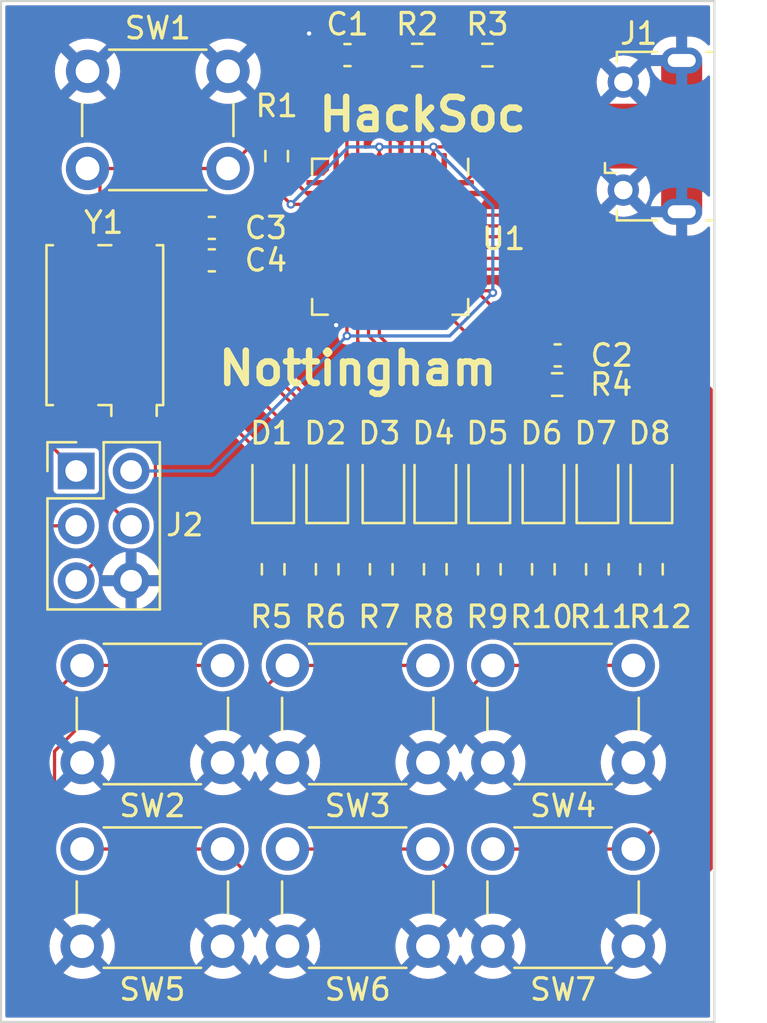
<source format=kicad_pcb>
(kicad_pcb (version 20211014) (generator pcbnew)
  (layers (0 "F.Cu" signal) (31 "B.Cu" signal) (34 "B.Paste" user) (35 "F.Paste" user) (36 "B.SilkS" user "B.Silkscreen") (37 "F.SilkS" user "F.Silkscreen") (38 "B.Mask" user) (39 "F.Mask" user) (44 "Edge.Cuts" user))
  (net 0 "")
  (net 1 "GND")
  (net 2 "Net-(C1-Pad2)")
  (net 3 "VCC")
  (net 4 "XTAL2")
  (net 5 "XTAL1")
  (net 6 "Net-(J1-Pad2)")
  (net 7 "Net-(J1-Pad3)")
  (net 9 "Net-(J2-Pad1)")
  (net 10 "Net-(J2-Pad3)")
  (net 11 "Net-(J2-Pad4)")
  (net 12 "Net-(J2-Pad5)")
  (net 13 "Net-(R2-Pad1)")
  (net 14 "Net-(R3-Pad1)")
  (net 15 "Net-(R4-Pad1)")
  (net 19 "Net-(D1-Pad1)")
  (net 20 "Net-(D2-Pad1)")
  (net 21 "Net-(D3-Pad1)")
  (net 22 "Net-(D4-Pad1)")
  (net 28 "Net-(D5-Pad1)")
  (net 29 "Net-(D6-Pad1)")
  (net 30 "Net-(D7-Pad1)")
  (net 32 "Net-(D8-Pad1)")
  (net 33 "Net-(SW2-Pad1)")
  (net 34 "Net-(SW3-Pad1)")
  (net 35 "Net-(SW4-Pad1)")
  (net 36 "Net-(SW5-Pad1)")
  (net 37 "Net-(SW6-Pad1)")
  (net 38 "Net-(SW7-Pad1)")
  (net 39 "Net-(D1-Pad2)")
  (net 40 "Net-(D2-Pad2)")
  (net 41 "Net-(D3-Pad2)")
  (net 42 "Net-(D4-Pad2)")
  (net 43 "Net-(D5-Pad2)")
  (net 44 "Net-(D6-Pad2)")
  (net 45 "Net-(D7-Pad2)")
  (net 46 "Net-(D8-Pad2)")
  (footprint "Resistor_SMD:R_0603_1608Metric" (layer "F.Cu") (at 96 64.5)
    (fp_text reference "R3" (at 0 -1.43) (layer "F.SilkS"))
    (fp_text value "22")
    (fp_line (start -0.237258 -0.5225) (end 0.237258 -0.5225) (layer "F.SilkS") (width 0.12))
    (fp_line (start -0.237258 0.5225) (end 0.237258 0.5225) (layer "F.SilkS") (width 0.12))
    (pad "1" smd roundrect (at -0.825 0) (size 0.8 0.95) (layers "F.Cu" "F.Paste" "F.Mask") (net 14 "Net-(R3-Pad1)"))
    (pad "2" smd roundrect (at 0.825 0) (size 0.8 0.95) (layers "F.Cu" "F.Paste" "F.Mask") (net 6 "Net-(J1-Pad2)"))
  )
  (footprint "Capacitor_SMD:C_0603_1608Metric" (layer "F.Cu") (at 89.525 64.5)
    (fp_text reference "C1" (at 0 -1.43) (layer "F.SilkS"))
    (fp_text value "1u")
    (fp_line (start -0.14058 0.51) (end 0.14058 0.51) (layer "F.SilkS") (width 0.12))
    (fp_line (start -0.14058 -0.51) (end 0.14058 -0.51) (layer "F.SilkS") (width 0.12))
    (pad "1" smd roundrect (at -0.775 0) (size 0.9 0.95) (layers "F.Cu" "F.Paste" "F.Mask") (net 1 "GND"))
    (pad "2" smd roundrect (at 0.775 0) (size 0.9 0.95) (layers "F.Cu" "F.Paste" "F.Mask") (net 2 "Net-(C1-Pad2)"))
  )
  (footprint "Button_Switch_THT:SW_PUSH_6mm_H8.5mm" (layer "F.Cu") (at 96.25 101.25)
    (fp_text reference "SW7" (at 3.25 6.5) (layer "F.SilkS"))
    (fp_text value "SW_Push")
    (fp_line (start 5.5 -1) (end 1 -1) (layer "F.SilkS") (width 0.12))
    (fp_line (start 1 5.5) (end 5.5 5.5) (layer "F.SilkS") (width 0.12))
    (fp_line (start 6.75 3) (end 6.75 1.5) (layer "F.SilkS") (width 0.12))
    (fp_line (start -0.25 1.5) (end -0.25 3) (layer "F.SilkS") (width 0.12))
    (pad "1" thru_hole circle (at 6.5 0 90) (size 2 2) (drill 1.1) (layers *.Cu *.Mask) (net 38 "Net-(SW7-Pad1)"))
    (pad "1" thru_hole circle (at 0 0 90) (size 2 2) (drill 1.1) (layers *.Cu *.Mask) (net 38 "Net-(SW7-Pad1)"))
    (pad "2" thru_hole circle (at 6.5 4.5 90) (size 2 2) (drill 1.1) (layers *.Cu *.Mask) (net 1 "GND"))
    (pad "2" thru_hole circle (at 0 4.5 90) (size 2 2) (drill 1.1) (layers *.Cu *.Mask) (net 1 "GND"))
  )
  (footprint "Capacitor_SMD:C_0603_1608Metric" (layer "F.Cu") (at 83.25 74 180)
    (fp_text reference "C4" (at -2.5 0 180) (layer "F.SilkS"))
    (fp_text value "22pF")
    (fp_line (start -0.14058 -0.51) (end 0.14058 -0.51) (layer "F.SilkS") (width 0.12))
    (fp_line (start -0.14058 0.51) (end 0.14058 0.51) (layer "F.SilkS") (width 0.12))
    (pad "1" smd roundrect (at -0.775 0 180) (size 0.9 0.95) (layers "F.Cu" "F.Paste" "F.Mask") (net 5 "XTAL1"))
    (pad "2" smd roundrect (at 0.775 0 180) (size 0.9 0.95) (layers "F.Cu" "F.Paste" "F.Mask") (net 1 "GND"))
  )
  (footprint "Button_Switch_THT:SW_PUSH_6mm_H8.5mm" (layer "F.Cu") (at 96.25 92.75)
    (fp_text reference "SW4" (at 3.25 6.5) (layer "F.SilkS"))
    (fp_text value "SW_Push")
    (fp_line (start 5.5 -1) (end 1 -1) (layer "F.SilkS") (width 0.12))
    (fp_line (start -0.25 1.5) (end -0.25 3) (layer "F.SilkS") (width 0.12))
    (fp_line (start 6.75 3) (end 6.75 1.5) (layer "F.SilkS") (width 0.12))
    (fp_line (start 1 5.5) (end 5.5 5.5) (layer "F.SilkS") (width 0.12))
    (pad "1" thru_hole circle (at 6.5 0 90) (size 2 2) (drill 1.1) (layers *.Cu *.Mask) (net 35 "Net-(SW4-Pad1)"))
    (pad "1" thru_hole circle (at 0 0 90) (size 2 2) (drill 1.1) (layers *.Cu *.Mask) (net 35 "Net-(SW4-Pad1)"))
    (pad "2" thru_hole circle (at 0 4.5 90) (size 2 2) (drill 1.1) (layers *.Cu *.Mask) (net 1 "GND"))
    (pad "2" thru_hole circle (at 6.5 4.5 90) (size 2 2) (drill 1.1) (layers *.Cu *.Mask) (net 1 "GND"))
  )
  (footprint "LED_SMD:LED_0805_2012Metric" (layer "F.Cu") (at 93.5875 84.475 90)
    (fp_text reference "D4" (at 2.475 -0.0875 180) (layer "F.SilkS"))
    (fp_text value "LED")
    (fp_line (start 1 -0.96) (end -1.685 -0.96) (layer "F.SilkS") (width 0.12))
    (fp_line (start -1.685 0.96) (end 1 0.96) (layer "F.SilkS") (width 0.12))
    (fp_line (start -1.685 -0.96) (end -1.685 0.96) (layer "F.SilkS") (width 0.12))
    (pad "1" smd roundrect (at -0.9375 0 90) (size 0.975 1.4) (layers "F.Cu" "F.Paste" "F.Mask") (net 22 "Net-(D4-Pad1)"))
    (pad "2" smd roundrect (at 0.9375 0 90) (size 0.975 1.4) (layers "F.Cu" "F.Paste" "F.Mask") (net 42 "Net-(D4-Pad2)"))
  )
  (footprint "LED_SMD:LED_0805_2012Metric" (layer "F.Cu") (at 88.5875 84.475 90)
    (fp_text reference "D2" (at 2.475 -0.0875 180) (layer "F.SilkS"))
    (fp_text value "LED")
    (fp_line (start 1 -0.96) (end -1.685 -0.96) (layer "F.SilkS") (width 0.12))
    (fp_line (start -1.685 -0.96) (end -1.685 0.96) (layer "F.SilkS") (width 0.12))
    (fp_line (start -1.685 0.96) (end 1 0.96) (layer "F.SilkS") (width 0.12))
    (pad "1" smd roundrect (at -0.9375 0 90) (size 0.975 1.4) (layers "F.Cu" "F.Paste" "F.Mask") (net 20 "Net-(D2-Pad1)"))
    (pad "2" smd roundrect (at 0.9375 0 90) (size 0.975 1.4) (layers "F.Cu" "F.Paste" "F.Mask") (net 40 "Net-(D2-Pad2)"))
  )
  (footprint "Button_Switch_THT:SW_PUSH_6mm_H8.5mm" (layer "F.Cu") (at 86.75 101.25)
    (fp_text reference "SW6" (at 3.25 6.5) (layer "F.SilkS"))
    (fp_text value "SW_Push")
    (fp_line (start 6.75 3) (end 6.75 1.5) (layer "F.SilkS") (width 0.12))
    (fp_line (start 5.5 -1) (end 1 -1) (layer "F.SilkS") (width 0.12))
    (fp_line (start 1 5.5) (end 5.5 5.5) (layer "F.SilkS") (width 0.12))
    (fp_line (start -0.25 1.5) (end -0.25 3) (layer "F.SilkS") (width 0.12))
    (pad "1" thru_hole circle (at 0 0 90) (size 2 2) (drill 1.1) (layers *.Cu *.Mask) (net 37 "Net-(SW6-Pad1)"))
    (pad "1" thru_hole circle (at 6.5 0 90) (size 2 2) (drill 1.1) (layers *.Cu *.Mask) (net 37 "Net-(SW6-Pad1)"))
    (pad "2" thru_hole circle (at 6.5 4.5 90) (size 2 2) (drill 1.1) (layers *.Cu *.Mask) (net 1 "GND"))
    (pad "2" thru_hole circle (at 0 4.5 90) (size 2 2) (drill 1.1) (layers *.Cu *.Mask) (net 1 "GND"))
  )
  (footprint "Resistor_SMD:R_0603_1608Metric" (layer "F.Cu") (at 86.0875 88.3 -90)
    (fp_text reference "R5" (at 2.2 0.0875 180) (layer "F.SilkS"))
    (fp_text value "270")
    (fp_line (start -0.237258 -0.5225) (end 0.237258 -0.5225) (layer "F.SilkS") (width 0.12))
    (fp_line (start -0.237258 0.5225) (end 0.237258 0.5225) (layer "F.SilkS") (width 0.12))
    (pad "1" smd roundrect (at -0.825 0 270) (size 0.8 0.95) (layers "F.Cu" "F.Paste" "F.Mask") (net 19 "Net-(D1-Pad1)"))
    (pad "2" smd roundrect (at 0.825 0 270) (size 0.8 0.95) (layers "F.Cu" "F.Paste" "F.Mask") (net 1 "GND"))
  )
  (footprint "Resistor_SMD:R_0603_1608Metric" (layer "F.Cu") (at 103.5875 88.3 -90)
    (fp_text reference "R12" (at 2.2 -0.4125 180) (layer "F.SilkS"))
    (fp_text value "270")
    (fp_line (start -0.237258 0.5225) (end 0.237258 0.5225) (layer "F.SilkS") (width 0.12))
    (fp_line (start -0.237258 -0.5225) (end 0.237258 -0.5225) (layer "F.SilkS") (width 0.12))
    (pad "1" smd roundrect (at -0.825 0 270) (size 0.8 0.95) (layers "F.Cu" "F.Paste" "F.Mask") (net 32 "Net-(D8-Pad1)"))
    (pad "2" smd roundrect (at 0.825 0 270) (size 0.8 0.95) (layers "F.Cu" "F.Paste" "F.Mask") (net 1 "GND"))
  )
  (footprint "Resistor_SMD:R_0603_1608Metric" (layer "F.Cu") (at 101.0875 88.3 -90)
    (fp_text reference "R11" (at 2.2 -0.1625 180) (layer "F.SilkS"))
    (fp_text value "270")
    (fp_line (start -0.237258 0.5225) (end 0.237258 0.5225) (layer "F.SilkS") (width 0.12))
    (fp_line (start -0.237258 -0.5225) (end 0.237258 -0.5225) (layer "F.SilkS") (width 0.12))
    (pad "1" smd roundrect (at -0.825 0 270) (size 0.8 0.95) (layers "F.Cu" "F.Paste" "F.Mask") (net 30 "Net-(D7-Pad1)"))
    (pad "2" smd roundrect (at 0.825 0 270) (size 0.8 0.95) (layers "F.Cu" "F.Paste" "F.Mask") (net 1 "GND"))
  )
  (footprint "Button_Switch_THT:SW_PUSH_6mm_H8.5mm" (layer "F.Cu") (at 86.75 92.75)
    (fp_text reference "SW3" (at 3.25 6.5) (layer "F.SilkS"))
    (fp_text value "SW_Push")
    (fp_line (start -0.25 1.5) (end -0.25 3) (layer "F.SilkS") (width 0.12))
    (fp_line (start 6.75 3) (end 6.75 1.5) (layer "F.SilkS") (width 0.12))
    (fp_line (start 1 5.5) (end 5.5 5.5) (layer "F.SilkS") (width 0.12))
    (fp_line (start 5.5 -1) (end 1 -1) (layer "F.SilkS") (width 0.12))
    (pad "1" thru_hole circle (at 0 0 90) (size 2 2) (drill 1.1) (layers *.Cu *.Mask) (net 34 "Net-(SW3-Pad1)"))
    (pad "1" thru_hole circle (at 6.5 0 90) (size 2 2) (drill 1.1) (layers *.Cu *.Mask) (net 34 "Net-(SW3-Pad1)"))
    (pad "2" thru_hole circle (at 6.5 4.5 90) (size 2 2) (drill 1.1) (layers *.Cu *.Mask) (net 1 "GND"))
    (pad "2" thru_hole circle (at 0 4.5 90) (size 2 2) (drill 1.1) (layers *.Cu *.Mask) (net 1 "GND"))
  )
  (footprint "Resistor_SMD:R_0603_1608Metric" (layer "F.Cu") (at 86.25 69.175 90)
    (fp_text reference "R1" (at 2.325 0 180) (layer "F.SilkS"))
    (fp_text value "10k")
    (fp_line (start -0.237258 0.5225) (end 0.237258 0.5225) (layer "F.SilkS") (width 0.12))
    (fp_line (start -0.237258 -0.5225) (end 0.237258 -0.5225) (layer "F.SilkS") (width 0.12))
    (pad "1" smd roundrect (at -0.825 0 90) (size 0.8 0.95) (layers "F.Cu" "F.Paste" "F.Mask") (net 3 "VCC"))
    (pad "2" smd roundrect (at 0.825 0 90) (size 0.8 0.95) (layers "F.Cu" "F.Paste" "F.Mask") (net 12 "Net-(J2-Pad5)"))
  )
  (footprint "LED_SMD:LED_0805_2012Metric" (layer "F.Cu") (at 103.5875 84.475 90)
    (fp_text reference "D8" (at 2.475 -0.0875 180) (layer "F.SilkS"))
    (fp_text value "LED")
    (fp_line (start -1.685 0.96) (end 1 0.96) (layer "F.SilkS") (width 0.12))
    (fp_line (start 1 -0.96) (end -1.685 -0.96) (layer "F.SilkS") (width 0.12))
    (fp_line (start -1.685 -0.96) (end -1.685 0.96) (layer "F.SilkS") (width 0.12))
    (pad "1" smd roundrect (at -0.9375 0 90) (size 0.975 1.4) (layers "F.Cu" "F.Paste" "F.Mask") (net 32 "Net-(D8-Pad1)"))
    (pad "2" smd roundrect (at 0.9375 0 90) (size 0.975 1.4) (layers "F.Cu" "F.Paste" "F.Mask") (net 46 "Net-(D8-Pad2)"))
  )
  (footprint "Resistor_SMD:R_0603_1608Metric" (layer "F.Cu") (at 98.5875 88.3 -90)
    (fp_text reference "R10" (at 2.2 0.0875 180) (layer "F.SilkS"))
    (fp_text value "270")
    (fp_line (start -0.237258 0.5225) (end 0.237258 0.5225) (layer "F.SilkS") (width 0.12))
    (fp_line (start -0.237258 -0.5225) (end 0.237258 -0.5225) (layer "F.SilkS") (width 0.12))
    (pad "1" smd roundrect (at -0.825 0 270) (size 0.8 0.95) (layers "F.Cu" "F.Paste" "F.Mask") (net 29 "Net-(D6-Pad1)"))
    (pad "2" smd roundrect (at 0.825 0 270) (size 0.8 0.95) (layers "F.Cu" "F.Paste" "F.Mask") (net 1 "GND"))
  )
  (footprint "LED_SMD:LED_0805_2012Metric" (layer "F.Cu") (at 86.0875 84.475 90)
    (fp_text reference "D1" (at 2.475 -0.0875 180) (layer "F.SilkS"))
    (fp_text value "LED")
    (fp_line (start 1 -0.96) (end -1.685 -0.96) (layer "F.SilkS") (width 0.12))
    (fp_line (start -1.685 -0.96) (end -1.685 0.96) (layer "F.SilkS") (width 0.12))
    (fp_line (start -1.685 0.96) (end 1 0.96) (layer "F.SilkS") (width 0.12))
    (pad "1" smd roundrect (at -0.9375 0 90) (size 0.975 1.4) (layers "F.Cu" "F.Paste" "F.Mask") (net 19 "Net-(D1-Pad1)"))
    (pad "2" smd roundrect (at 0.9375 0 90) (size 0.975 1.4) (layers "F.Cu" "F.Paste" "F.Mask") (net 39 "Net-(D1-Pad2)"))
  )
  (footprint "Button_Switch_THT:SW_PUSH_6mm_H8.5mm" (layer "F.Cu") (at 77.25 92.75)
    (fp_text reference "SW2" (at 3.25 6.5) (layer "F.SilkS"))
    (fp_text value "SW_Push")
    (fp_line (start -0.25 1.5) (end -0.25 3) (layer "F.SilkS") (width 0.12))
    (fp_line (start 6.75 3) (end 6.75 1.5) (layer "F.SilkS") (width 0.12))
    (fp_line (start 5.5 -1) (end 1 -1) (layer "F.SilkS") (width 0.12))
    (fp_line (start 1 5.5) (end 5.5 5.5) (layer "F.SilkS") (width 0.12))
    (pad "1" thru_hole circle (at 6.5 0 90) (size 2 2) (drill 1.1) (layers *.Cu *.Mask) (net 33 "Net-(SW2-Pad1)"))
    (pad "1" thru_hole circle (at 0 0 90) (size 2 2) (drill 1.1) (layers *.Cu *.Mask) (net 33 "Net-(SW2-Pad1)"))
    (pad "2" thru_hole circle (at 0 4.5 90) (size 2 2) (drill 1.1) (layers *.Cu *.Mask) (net 1 "GND"))
    (pad "2" thru_hole circle (at 6.5 4.5 90) (size 2 2) (drill 1.1) (layers *.Cu *.Mask) (net 1 "GND"))
  )
  (footprint "Resistor_SMD:R_0603_1608Metric" (layer "F.Cu") (at 99.225 79.75)
    (fp_text reference "R4" (at 2.5 0) (layer "F.SilkS"))
    (fp_text value "10k")
    (fp_line (start -0.237258 0.5225) (end 0.237258 0.5225) (layer "F.SilkS") (width 0.12))
    (fp_line (start -0.237258 -0.5225) (end 0.237258 -0.5225) (layer "F.SilkS") (width 0.12))
    (pad "1" smd roundrect (at -0.825 0) (size 0.8 0.95) (layers "F.Cu" "F.Paste" "F.Mask") (net 15 "Net-(R4-Pad1)"))
    (pad "2" smd roundrect (at 0.825 0) (size 0.8 0.95) (layers "F.Cu" "F.Paste" "F.Mask") (net 1 "GND"))
  )
  (footprint "Connector_USB:USB_Micro-B_Molex-105017-0001" (layer "F.Cu") (at 103.75 68.25 90)
    (fp_text reference "J1" (at 4.75 -0.75 180) (layer "F.SilkS"))
    (fp_text value "USB_B_Micro")
    (fp_line (start -3.9 2.6375) (end -3.9 2.3875) (layer "F.SilkS") (width 0.12))
    (fp_line (start -3.9 -1.7625) (end -3.45 -1.7625) (layer "F.SilkS") (width 0.12))
    (fp_line (start 3.9 2.6375) (end 3.9 2.3875) (layer "F.SilkS") (width 0.12))
    (fp_line (start -3.9 0.0875) (end -3.9 -1.7625) (layer "F.SilkS") (width 0.12))
    (fp_line (start 3.9 0.0875) (end 3.9 -1.7625) (layer "F.SilkS") (width 0.12))
    (fp_line (start 3.9 -1.7625) (end 3.45 -1.7625) (layer "F.SilkS") (width 0.12))
    (fp_line (start -1.7 -2.3125) (end -1.7 -1.8625) (layer "F.SilkS") (width 0.12))
    (fp_line (start -1.7 -2.3125) (end -1.25 -2.3125) (layer "F.SilkS") (width 0.12))
    (pad "1" smd rect (at -1.3 -1.4625 90) (size 0.4 1.35) (layers "F.Cu" "F.Paste" "F.Mask") (net 3 "VCC"))
    (pad "2" smd rect (at -0.65 -1.4625 90) (size 0.4 1.35) (layers "F.Cu" "F.Paste" "F.Mask") (net 6 "Net-(J1-Pad2)"))
    (pad "3" smd rect (at 0 -1.4625 90) (size 0.4 1.35) (layers "F.Cu" "F.Paste" "F.Mask") (net 7 "Net-(J1-Pad3)"))
    (pad "4" smd rect (at 0.65 -1.4625 90) (size 0.4 1.35) (layers "F.Cu" "F.Paste" "F.Mask"))
    (pad "5" smd rect (at 1.3 -1.4625 90) (size 0.4 1.35) (layers "F.Cu" "F.Paste" "F.Mask") (net 1 "GND"))
    (pad "6" smd rect (at 1 1.2375 90) (size 1.5 1.9) (layers "F.Cu" "F.Paste" "F.Mask") (net 1 "GND"))
    (pad "6" thru_hole oval (at -3.5 1.2375 270) (size 1.2 1.9) (drill oval 0.6 1.3) (layers *.Cu *.Mask) (net 1 "GND"))
    (pad "6" thru_hole circle (at 2.5 -1.4625 90) (size 1.45 1.45) (drill 0.85) (layers *.Cu *.Mask) (net 1 "GND"))
    (pad "6" smd rect (at 2.9 1.2375 90) (size 1.2 1.9) (layers "F.Cu" "F.Mask") (net 1 "GND"))
    (pad "6" thru_hole circle (at -2.5 -1.4625 90) (size 1.45 1.45) (drill 0.85) (layers *.Cu *.Mask) (net 1 "GND"))
    (pad "6" smd rect (at -1 1.2375 90) (size 1.5 1.9) (layers "F.Cu" "F.Paste" "F.Mask") (net 1 "GND"))
    (pad "6" thru_hole oval (at 3.5 1.2375 90) (size 1.2 1.9) (drill oval 0.6 1.3) (layers *.Cu *.Mask) (net 1 "GND"))
    (pad "6" smd rect (at -2.9 1.2375 90) (size 1.2 1.9) (layers "F.Cu" "F.Mask") (net 1 "GND"))
  )
  (footprint "Crystal:Crystal_SMD_7050-4Pin_7.0x5.0mm" (layer "F.Cu") (at 78.3 77 90)
    (fp_text reference "Y1" (at 4.75 -0.05 180) (layer "F.SilkS"))
    (fp_text value "12MHz")
    (fp_line (start -3.7 2.7) (end 3.7 2.7) (layer "F.SilkS") (width 0.12))
    (fp_line (start -3.7 0.3) (end -3.7 -0.3) (layer "F.SilkS") (width 0.12))
    (fp_line (start -3.7 -2.7) (end 3.7 -2.7) (layer "F.SilkS") (width 0.12))
    (fp_line (start 3.7 -0.3) (end 3.7 0.3) (layer "F.SilkS") (width 0.12))
    (fp_line (start -4.2 2.4) (end -3.7 2.4) (layer "F.SilkS") (width 0.12))
    (fp_line (start -4.2 0.3) (end -3.7 0.3) (layer "F.SilkS") (width 0.12))
    (fp_line (start -3.7 -2.4) (end -3.7 -2.7) (layer "F.SilkS") (width 0.12))
    (fp_line (start 3.7 2.7) (end 3.7 2.4) (layer "F.SilkS") (width 0.12))
    (fp_line (start -3.7 2.4) (end -3.7 2.7) (layer "F.SilkS") (width 0.12))
    (fp_line (start 3.7 -2.7) (end 3.7 -2.4) (layer "F.SilkS") (width 0.12))
    (pad "1" smd rect (at -2.95 1.35 90) (size 2.1 1.7) (layers "F.Cu" "F.Paste" "F.Mask") (net 5 "XTAL1"))
    (pad "2" smd rect (at 2.95 1.35 90) (size 2.1 1.7) (layers "F.Cu" "F.Paste" "F.Mask") (net 4 "XTAL2"))
    (pad "3" smd rect (at 2.95 -1.35 90) (size 2.1 1.7) (layers "F.Cu" "F.Paste" "F.Mask"))
    (pad "4" smd rect (at -2.95 -1.35 90) (size 2.1 1.7) (layers "F.Cu" "F.Paste" "F.Mask"))
  )
  (footprint "LED_SMD:LED_0805_2012Metric" (layer "F.Cu") (at 101.0875 84.475 90)
    (fp_text reference "D7" (at 2.475 -0.0875 180) (layer "F.SilkS"))
    (fp_text value "LED")
    (fp_line (start -1.685 0.96) (end 1 0.96) (layer "F.SilkS") (width 0.12))
    (fp_line (start -1.685 -0.96) (end -1.685 0.96) (layer "F.SilkS") (width 0.12))
    (fp_line (start 1 -0.96) (end -1.685 -0.96) (layer "F.SilkS") (width 0.12))
    (pad "1" smd roundrect (at -0.9375 0 90) (size 0.975 1.4) (layers "F.Cu" "F.Paste" "F.Mask") (net 30 "Net-(D7-Pad1)"))
    (pad "2" smd roundrect (at 0.9375 0 90) (size 0.975 1.4) (layers "F.Cu" "F.Paste" "F.Mask") (net 45 "Net-(D7-Pad2)"))
  )
  (footprint "Resistor_SMD:R_0603_1608Metric" (layer "F.Cu") (at 91.0875 88.3 -90)
    (fp_text reference "R7" (at 2.2 0.0875 180) (layer "F.SilkS"))
    (fp_text value "270")
    (fp_line (start -0.237258 -0.5225) (end 0.237258 -0.5225) (layer "F.SilkS") (width 0.12))
    (fp_line (start -0.237258 0.5225) (end 0.237258 0.5225) (layer "F.SilkS") (width 0.12))
    (pad "1" smd roundrect (at -0.825 0 270) (size 0.8 0.95) (layers "F.Cu" "F.Paste" "F.Mask") (net 21 "Net-(D3-Pad1)"))
    (pad "2" smd roundrect (at 0.825 0 270) (size 0.8 0.95) (layers "F.Cu" "F.Paste" "F.Mask") (net 1 "GND"))
  )
  (footprint "LED_SMD:LED_0805_2012Metric" (layer "F.Cu") (at 96.0875 84.475 90)
    (fp_text reference "D5" (at 2.475 -0.0875 180) (layer "F.SilkS"))
    (fp_text value "LED")
    (fp_line (start -1.685 -0.96) (end -1.685 0.96) (layer "F.SilkS") (width 0.12))
    (fp_line (start -1.685 0.96) (end 1 0.96) (layer "F.SilkS") (width 0.12))
    (fp_line (start 1 -0.96) (end -1.685 -0.96) (layer "F.SilkS") (width 0.12))
    (pad "1" smd roundrect (at -0.9375 0 90) (size 0.975 1.4) (layers "F.Cu" "F.Paste" "F.Mask") (net 28 "Net-(D5-Pad1)"))
    (pad "2" smd roundrect (at 0.9375 0 90) (size 0.975 1.4) (layers "F.Cu" "F.Paste" "F.Mask") (net 43 "Net-(D5-Pad2)"))
  )
  (footprint "Resistor_SMD:R_0603_1608Metric" (layer "F.Cu") (at 96.0875 88.3 -90)
    (fp_text reference "R9" (at 2.2 0.0875 180) (layer "F.SilkS"))
    (fp_text value "270")
    (fp_line (start -0.237258 0.5225) (end 0.237258 0.5225) (layer "F.SilkS") (width 0.12))
    (fp_line (start -0.237258 -0.5225) (end 0.237258 -0.5225) (layer "F.SilkS") (width 0.12))
    (pad "1" smd roundrect (at -0.825 0 270) (size 0.8 0.95) (layers "F.Cu" "F.Paste" "F.Mask") (net 28 "Net-(D5-Pad1)"))
    (pad "2" smd roundrect (at 0.825 0 270) (size 0.8 0.95) (layers "F.Cu" "F.Paste" "F.Mask") (net 1 "GND"))
  )
  (footprint "Package_DFN_QFN:QFN-44-1EP_7x7mm_P0.5mm_EP5.2x5.2mm" (layer "F.Cu") (at 91.5 72.9075 -90)
    (fp_text reference "U1" (at 0.0925 -5.25 180) (layer "F.SilkS"))
    (fp_text value "ATmega32U4-M")
    (fp_line (start 2.885 3.61) (end 3.61 3.61) (layer "F.SilkS") (width 0.12))
    (fp_line (start 3.61 -3.61) (end 3.61 -2.885) (layer "F.SilkS") (width 0.12))
    (fp_line (start -3.61 3.61) (end -3.61 2.885) (layer "F.SilkS") (width 0.12))
    (fp_line (start -2.885 -3.61) (end -3.61 -3.61) (layer "F.SilkS") (width 0.12))
    (fp_line (start -2.885 3.61) (end -3.61 3.61) (layer "F.SilkS") (width 0.12))
    (fp_line (start 3.61 3.61) (end 3.61 2.885) (layer "F.SilkS") (width 0.12))
    (fp_line (start 2.885 -3.61) (end 3.61 -3.61) (layer "F.SilkS") (width 0.12))
    (pad "1" smd roundrect (at -3.3375 -2.5 270) (size 1.075 0.25) (layers "F.Cu" "F.Paste" "F.Mask"))
    (pad "2" smd roundrect (at -3.3375 -2 270) (size 1.075 0.25) (layers "F.Cu" "F.Paste" "F.Mask") (net 3 "VCC"))
    (pad "3" smd roundrect (at -3.3375 -1.5 270) (size 1.075 0.25) (layers "F.Cu" "F.Paste" "F.Mask") (net 14 "Net-(R3-Pad1)"))
    (pad "4" smd roundrect (at -3.3375 -1 270) (size 1.075 0.25) (layers "F.Cu" "F.Paste" "F.Mask") (net 13 "Net-(R2-Pad1)"))
    (pad "5" smd roundrect (at -3.3375 -0.5 270) (size 1.075 0.25) (layers "F.Cu" "F.Paste" "F.Mask") (net 1 "GND"))
    (pad "6" smd roundrect (at -3.3375 0 270) (size 1.075 0.25) (layers "F.Cu" "F.Paste" "F.Mask") (net 2 "Net-(C1-Pad2)"))
    (pad "7" smd roundrect (at -3.3375 0.5 270) (size 1.075 0.25) (layers "F.Cu" "F.Paste" "F.Mask") (net 3 "VCC"))
    (pad "8" smd roundrect (at -3.3375 1 270) (size 1.075 0.25) (layers "F.Cu" "F.Paste" "F.Mask"))
    (pad "9" smd roundrect (at -3.3375 1.5 270) (size 1.075 0.25) (layers "F.Cu" "F.Paste" "F.Mask") (net 10 "Net-(J2-Pad3)"))
    (pad "10" smd roundrect (at -3.3375 2 270) (size 1.075 0.25) (layers "F.Cu" "F.Paste" "F.Mask") (net 11 "Net-(J2-Pad4)"))
    (pad "11" smd roundrect (at -3.3375 2.5 270) (size 1.075 0.25) (layers "F.Cu" "F.Paste" "F.Mask") (net 9 "Net-(J2-Pad1)"))
    (pad "12" smd roundrect (at -2.5 3.3375 270) (size 0.25 1.075) (layers "F.Cu" "F.Paste" "F.Mask"))
    (pad "13" smd roundrect (at -2 3.3375 270) (size 0.25 1.075) (layers "F.Cu" "F.Paste" "F.Mask") (net 12 "Net-(J2-Pad5)"))
    (pad "14" smd roundrect (at -1.5 3.3375 270) (size 0.25 1.075) (layers "F.Cu" "F.Paste" "F.Mask") (net 3 "VCC"))
    (pad "15" smd roundrect (at -1 3.3375 270) (size 0.25 1.075) (layers "F.Cu" "F.Paste" "F.Mask") (net 1 "GND"))
    (pad "16" smd roundrect (at -0.5 3.3375 270) (size 0.25 1.075) (layers "F.Cu" "F.Paste" "F.Mask") (net 4 "XTAL2"))
    (pad "17" smd roundrect (at 0 3.3375 270) (size 0.25 1.075) (layers "F.Cu" "F.Paste" "F.Mask") (net 5 "XTAL1"))
    (pad "18" smd roundrect (at 0.5 3.3375 270) (size 0.25 1.075) (layers "F.Cu" "F.Paste" "F.Mask") (net 39 "Net-(D1-Pad2)"))
    (pad "19" smd roundrect (at 1 3.3375 270) (size 0.25 1.075) (layers "F.Cu" "F.Paste" "F.Mask") (net 40 "Net-(D2-Pad2)"))
    (pad "20" smd roundrect (at 1.5 3.3375 270) (size 0.25 1.075) (layers "F.Cu" "F.Paste" "F.Mask") (net 41 "Net-(D3-Pad2)"))
    (pad "21" smd roundrect (at 2 3.3375 270) (size 0.25 1.075) (layers "F.Cu" "F.Paste" "F.Mask") (net 42 "Net-(D4-Pad2)"))
    (pad "22" smd roundrect (at 2.5 3.3375 270) (size 0.25 1.075) (layers "F.Cu" "F.Paste" "F.Mask") (net 44 "Net-(D6-Pad2)"))
    (pad "23" smd roundrect (at 3.3375 2.5 270) (size 1.075 0.25) (layers "F.Cu" "F.Paste" "F.Mask") (net 1 "GND"))
    (pad "24" smd roundrect (at 3.3375 2 270) (size 1.075 0.25) (layers "F.Cu" "F.Paste" "F.Mask") (net 3 "VCC"))
    (pad "25" smd roundrect (at 3.3375 1.5 270) (size 1.075 0.25) (layers "F.Cu" "F.Paste" "F.Mask") (net 43 "Net-(D5-Pad2)"))
    (pad "26" smd roundrect (at 3.3375 1 270) (size 1.075 0.25) (layers "F.Cu" "F.Paste" "F.Mask") (net 45 "Net-(D7-Pad2)"))
    (pad "27" smd roundrect (at 3.3375 0.5 270) (size 1.075 0.25) (layers "F.Cu" "F.Paste" "F.Mask") (net 46 "Net-(D8-Pad2)"))
    (pad "28" smd roundrect (at 3.3375 0 270) (size 1.075 0.25) (layers "F.Cu" "F.Paste" "F.Mask"))
    (pad "29" smd roundrect (at 3.3375 -0.5 270) (size 1.075 0.25) (layers "F.Cu" "F.Paste" "F.Mask"))
    (pad "30" smd roundrect (at 3.3375 -1 270) (size 1.075 0.25) (layers "F.Cu" "F.Paste" "F.Mask"))
    (pad "31" smd roundrect (at 3.3375 -1.5 270) (size 1.075 0.25) (layers "F.Cu" "F.Paste" "F.Mask"))
    (pad "32" smd roundrect (at 3.3375 -2 270) (size 1.075 0.25) (layers "F.Cu" "F.Paste" "F.Mask"))
    (pad "33" smd roundrect (at 3.3375 -2.5 270) (size 1.075 0.25) (layers "F.Cu" "F.Paste" "F.Mask") (net 15 "Net-(R4-Pad1)"))
    (pad "34" smd roundrect (at 2.5 -3.3375 270) (size 0.25 1.075) (layers "F.Cu" "F.Paste" "F.Mask") (net 3 "VCC"))
    (pad "35" smd roundrect (at 2 -3.3375 270) (size 0.25 1.075) (layers "F.Cu" "F.Paste" "F.Mask") (net 1 "GND"))
    (pad "36" smd roundrect (at 1.5 -3.3375 270) (size 0.25 1.075) (layers "F.Cu" "F.Paste" "F.Mask") (net 38 "Net-(SW7-Pad1)"))
    (pad "37" smd roundrect (at 1 -3.3375 270) (size 0.25 1.075) (layers "F.Cu" "F.Paste" "F.Mask") (net 37 "Net-(SW6-Pad1)"))
    (pad "38" smd roundrect (at 0.5 -3.3375 270) (size 0.25 1.075) (layers "F.Cu" "F.Paste" "F.Mask") (net 36 "Net-(SW5-Pad1)"))
    (pad "39" smd roundrect (at 0 -3.3375 270) (size 0.25 1.075) (layers "F.Cu" "F.Paste" "F.Mask") (net 35 "Net-(SW4-Pad1)"))
    (pad "40" smd roundrect (at -0.5 -3.3375 270) (size 0.25 1.075) (layers "F.Cu" "F.Paste" "F.Mask") (net 34 "Net-(SW3-Pad1)"))
    (pad "41" smd roundrect (at -1 -3.3375 270) (size 0.25 1.075) (layers "F.Cu" "F.Paste" "F.Mask") (net 33 "Net-(SW2-Pad1)"))
    (pad "42" smd roundrect (at -1.5 -3.3375 270) (size 0.25 1.075) (layers "F.Cu" "F.Paste" "F.Mask"))
    (pad "43" smd roundrect (at -2 -3.3375 270) (size 0.25 1.075) (layers "F.Cu" "F.Paste" "F.Mask") (net 1 "GND"))
    (pad "44" smd roundrect (at -2.5 -3.3375 270) (size 0.25 1.075) (layers "F.Cu" "F.Paste" "F.Mask") (net 3 "VCC"))
    (pad "45" smd rect (at 0 0 270) (size 5.2 5.2) (layers "F.Cu" "F.Mask") (net 1 "GND"))
  )
  (footprint "LED_SMD:LED_0805_2012Metric" (layer "F.Cu") (at 91.1875 84.475 90)
    (fp_text reference "D3" (at 2.475 -0.1875 180) (layer "F.SilkS"))
    (fp_text value "LED")
    (fp_line (start 1 -0.96) (end -1.685 -0.96) (layer "F.SilkS") (width 0.12))
    (fp_line (start -1.685 -0.96) (end -1.685 0.96) (layer "F.SilkS") (width 0.12))
    (fp_line (start -1.685 0.96) (end 1 0.96) (layer "F.SilkS") (width 0.12))
    (pad "1" smd roundrect (at -0.9375 0 90) (size 0.975 1.4) (layers "F.Cu" "F.Paste" "F.Mask") (net 21 "Net-(D3-Pad1)"))
    (pad "2" smd roundrect (at 0.9375 0 90) (size 0.975 1.4) (layers "F.Cu" "F.Paste" "F.Mask") (net 41 "Net-(D3-Pad2)"))
  )
  (footprint "Capacitor_SMD:C_0603_1608Metric" (layer "F.Cu") (at 99.25 78.4)
    (fp_text reference "C2" (at 2.5 0) (layer "F.SilkS"))
    (fp_text value "10u")
    (fp_line (start -0.14058 -0.51) (end 0.14058 -0.51) (layer "F.SilkS") (width 0.12))
    (fp_line (start -0.14058 0.51) (end 0.14058 0.51) (layer "F.SilkS") (width 0.12))
    (pad "1" smd roundrect (at -0.775 0) (size 0.9 0.95) (layers "F.Cu" "F.Paste" "F.Mask") (net 3 "VCC"))
    (pad "2" smd roundrect (at 0.775 0) (size 0.9 0.95) (layers "F.Cu" "F.Paste" "F.Mask") (net 1 "GND"))
  )
  (footprint "LED_SMD:LED_0805_2012Metric" (layer "F.Cu") (at 98.5875 84.475 90)
    (fp_text reference "D6" (at 2.475 -0.0875 180) (layer "F.SilkS"))
    (fp_text value "LED")
    (fp_line (start -1.685 0.96) (end 1 0.96) (layer "F.SilkS") (width 0.12))
    (fp_line (start 1 -0.96) (end -1.685 -0.96) (layer "F.SilkS") (width 0.12))
    (fp_line (start -1.685 -0.96) (end -1.685 0.96) (layer "F.SilkS") (width 0.12))
    (pad "1" smd roundrect (at -0.9375 0 90) (size 0.975 1.4) (layers "F.Cu" "F.Paste" "F.Mask") (net 29 "Net-(D6-Pad1)"))
    (pad "2" smd roundrect (at 0.9375 0 90) (size 0.975 1.4) (layers "F.Cu" "F.Paste" "F.Mask") (net 44 "Net-(D6-Pad2)"))
  )
  (footprint "Button_Switch_THT:SW_PUSH_6mm_H8.5mm" (layer "F.Cu") (at 77.5 65.25)
    (fp_text reference "SW1" (at 3.25 -2) (layer "F.SilkS"))
    (fp_text value "SW_Push")
    (fp_line (start 5.5 -1) (end 1 -1) (layer "F.SilkS") (width 0.12))
    (fp_line (start -0.25 1.5) (end -0.25 3) (layer "F.SilkS") (width 0.12))
    (fp_line (start 6.75 3) (end 6.75 1.5) (layer "F.SilkS") (width 0.12))
    (fp_line (start 1 5.5) (end 5.5 5.5) (layer "F.SilkS") (width 0.12))
    (pad "1" thru_hole circle (at 0 0 90) (size 2 2) (drill 1.1) (layers *.Cu *.Mask) (net 1 "GND"))
    (pad "1" thru_hole circle (at 6.5 0 90) (size 2 2) (drill 1.1) (layers *.Cu *.Mask) (net 1 "GND"))
    (pad "2" thru_hole circle (at 6.5 4.5 90) (size 2 2) (drill 1.1) (layers *.Cu *.Mask) (net 12 "Net-(J2-Pad5)"))
    (pad "2" thru_hole circle (at 0 4.5 90) (size 2 2) (drill 1.1) (layers *.Cu *.Mask) (net 12 "Net-(J2-Pad5)"))
  )
  (footprint "Connector_PinHeader_2.54mm:PinHeader_2x03_P2.54mm_Vertical" (layer "F.Cu") (at 76.975 83.75)
    (fp_text reference "J2" (at 5.025 2.5) (layer "F.SilkS"))
    (fp_text value "ISP")
    (fp_line (start 3.87 -1.33) (end 3.87 6.41) (layer "F.SilkS") (width 0.12))
    (fp_line (start 1.27 -1.33) (end 3.87 -1.33) (layer "F.SilkS") (width 0.12))
    (fp_line (start -1.33 1.27) (end -1.33 6.41) (layer "F.SilkS") (width 0.12))
    (fp_line (start -1.33 1.27) (end 1.27 1.27) (layer "F.SilkS") (width 0.12))
    (fp_line (start -1.33 6.41) (end 3.87 6.41) (layer "F.SilkS") (width 0.12))
    (fp_line (start 1.27 1.27) (end 1.27 -1.33) (layer "F.SilkS") (width 0.12))
    (fp_line (start -1.33 0) (end -1.33 -1.33) (layer "F.SilkS") (width 0.12))
    (fp_line (start -1.33 -1.33) (end 0 -1.33) (layer "F.SilkS") (width 0.12))
    (pad "1" thru_hole rect (at 0 0) (size 1.7 1.7) (drill 1) (layers *.Cu *.Mask) (net 9 "Net-(J2-Pad1)"))
    (pad "2" thru_hole oval (at 2.54 0) (size 1.7 1.7) (drill 1) (layers *.Cu *.Mask) (net 3 "VCC"))
    (pad "3" thru_hole oval (at 0 2.54) (size 1.7 1.7) (drill 1) (layers *.Cu *.Mask) (net 10 "Net-(J2-Pad3)"))
    (pad "4" thru_hole oval (at 2.54 2.54) (size 1.7 1.7) (drill 1) (layers *.Cu *.Mask) (net 11 "Net-(J2-Pad4)"))
    (pad "5" thru_hole oval (at 0 5.08) (size 1.7 1.7) (drill 1) (layers *.Cu *.Mask) (net 12 "Net-(J2-Pad5)"))
    (pad "6" thru_hole oval (at 2.54 5.08) (size 1.7 1.7) (drill 1) (layers *.Cu *.Mask) (net 1 "GND"))
  )
  (footprint "Resistor_SMD:R_0603_1608Metric" (layer "F.Cu") (at 93.5875 88.3 -90)
    (fp_text reference "R8" (at 2.2 0.0875 180) (layer "F.SilkS"))
    (fp_text value "270")
    (fp_line (start -0.237258 -0.5225) (end 0.237258 -0.5225) (layer "F.SilkS") (width 0.12))
    (fp_line (start -0.237258 0.5225) (end 0.237258 0.5225) (layer "F.SilkS") (width 0.12))
    (pad "1" smd roundrect (at -0.825 0 270) (size 0.8 0.95) (layers "F.Cu" "F.Paste" "F.Mask") (net 22 "Net-(D4-Pad1)"))
    (pad "2" smd roundrect (at 0.825 0 270) (size 0.8 0.95) (layers "F.Cu" "F.Paste" "F.Mask") (net 1 "GND"))
  )
  (footprint "Capacitor_SMD:C_0603_1608Metric" (layer "F.Cu") (at 83.25 72.5 180)
    (fp_text reference "C3" (at -2.5 0 180) (layer "F.SilkS"))
    (fp_text value "22pF")
    (fp_line (start -0.14058 -0.51) (end 0.14058 -0.51) (layer "F.SilkS") (width 0.12))
    (fp_line (start -0.14058 0.51) (end 0.14058 0.51) (layer "F.SilkS") (width 0.12))
    (pad "1" smd roundrect (at -0.775 0 180) (size 0.9 0.95) (layers "F.Cu" "F.Paste" "F.Mask") (net 4 "XTAL2"))
    (pad "2" smd roundrect (at 0.775 0 180) (size 0.9 0.95) (layers "F.Cu" "F.Paste" "F.Mask") (net 1 "GND"))
  )
  (footprint "Resistor_SMD:R_0603_1608Metric" (layer "F.Cu") (at 92.75 64.5)
    (fp_text reference "R2" (at 0 -1.43) (layer "F.SilkS"))
    (fp_text value "22")
    (fp_line (start -0.237258 -0.5225) (end 0.237258 -0.5225) (layer "F.SilkS") (width 0.12))
    (fp_line (start -0.237258 0.5225) (end 0.237258 0.5225) (layer "F.SilkS") (width 0.12))
    (pad "1" smd roundrect (at -0.825 0) (size 0.8 0.95) (layers "F.Cu" "F.Paste" "F.Mask") (net 13 "Net-(R2-Pad1)"))
    (pad "2" smd roundrect (at 0.825 0) (size 0.8 0.95) (layers "F.Cu" "F.Paste" "F.Mask") (net 7 "Net-(J1-Pad3)"))
  )
  (footprint "Button_Switch_THT:SW_PUSH_6mm_H8.5mm" (layer "F.Cu") (at 77.25 101.25)
    (fp_text reference "SW5" (at 3.25 6.5) (layer "F.SilkS"))
    (fp_text value "SW_Push")
    (fp_line (start -0.25 1.5) (end -0.25 3) (layer "F.SilkS") (width 0.12))
    (fp_line (start 6.75 3) (end 6.75 1.5) (layer "F.SilkS") (width 0.12))
    (fp_line (start 5.5 -1) (end 1 -1) (layer "F.SilkS") (width 0.12))
    (fp_line (start 1 5.5) (end 5.5 5.5) (layer "F.SilkS") (width 0.12))
    (pad "1" thru_hole circle (at 0 0 90) (size 2 2) (drill 1.1) (layers *.Cu *.Mask) (net 36 "Net-(SW5-Pad1)"))
    (pad "1" thru_hole circle (at 6.5 0 90) (size 2 2) (drill 1.1) (layers *.Cu *.Mask) (net 36 "Net-(SW5-Pad1)"))
    (pad "2" thru_hole circle (at 0 4.5 90) (size 2 2) (drill 1.1) (layers *.Cu *.Mask) (net 1 "GND"))
    (pad "2" thru_hole circle (at 6.5 4.5 90) (size 2 2) (drill 1.1) (layers *.Cu *.Mask) (net 1 "GND"))
  )
  (footprint "Resistor_SMD:R_0603_1608Metric" (layer "F.Cu") (at 88.5875 88.3 -90)
    (fp_text reference "R6" (at 2.2 0.0875 180) (layer "F.SilkS"))
    (fp_text value "270")
    (fp_line (start -0.237258 -0.5225) (end 0.237258 -0.5225) (layer "F.SilkS") (width 0.12))
    (fp_line (start -0.237258 0.5225) (end 0.237258 0.5225) (layer "F.SilkS") (width 0.12))
    (pad "1" smd roundrect (at -0.825 0 270) (size 0.8 0.95) (layers "F.Cu" "F.Paste" "F.Mask") (net 20 "Net-(D2-Pad1)"))
    (pad "2" smd roundrect (at 0.825 0 270) (size 0.8 0.95) (layers "F.Cu" "F.Paste" "F.Mask") (net 1 "GND"))
  )
  (gr_rect (start 106.5 62) (end 73.5 109.25) (layer "Edge.Cuts") (width 0.1) (fill none))
  (gr_text "Nottingham" (at 90 79) (layer "F.SilkS") (effects (font (size 1.5 1.5) (thickness 0.3))))
  (gr_text "HackSoc" (at 93 67.25) (layer "F.SilkS") (effects (font (size 1.5 1.5) (thickness 0.3))))
  (segment (start 93.5 74.9075) (end 91.5 72.9075) (width 0.15) (layer "F.Cu") (net 1))
  (segment (start 92 72.4075) (end 91.5 72.9075) (width 0.15) (layer "F.Cu") (net 1))
  (segment (start 90.5 71.9075) (end 91.5 72.9075) (width 0.15) (layer "F.Cu") (net 1))
  (segment (start 94.8375 74.9075) (end 93.5 74.9075) (width 0.15) (layer "F.Cu") (net 1))
  (segment (start 92 69.57) (end 92 72.4075) (width 0.15) (layer "F.Cu") (net 1))
  (segment (start 89 76.245) (end 89 77) (width 0.15) (layer "F.Cu") (net 1))
  (segment (start 88.75 64.5) (end 87.75 63.5) (width 0.15) (layer "F.Cu") (net 1))
  (segment (start 88.1625 71.9075) (end 90.5 71.9075) (width 0.15) (layer "F.Cu") (net 1))
  (via (at 87.75 63.5) (size 0.4) (drill 0.2) (layers "F.Cu" "B.Cu") (net 1))
  (via (at 89 77) (size 0.4) (drill 0.2) (layers "F.Cu" "B.Cu") (net 1))
  (segment (start 91.5 65.7) (end 90.3 64.5) (width 0.15) (layer "F.Cu") (net 2))
  (segment (start 91.5 69.47) (end 91.5 65.7) (width 0.15) (layer "F.Cu") (net 2))
  (segment (start 86.25 70) (end 86.25 70.75) (width 0.15) (layer "F.Cu") (net 3))
  (segment (start 96.1575 75.4075) (end 96.25 75.5) (width 0.15) (layer "F.Cu") (net 3))
  (segment (start 94.995 68.75) (end 95.795 69.55) (width 0.15) (layer "F.Cu") (net 3))
  (segment (start 95.4825 75.4075) (end 98.475 78.4) (width 0.15) (layer "F.Cu") (net 3))
  (segment (start 89.5 76.345) (end 89.5 77.5) (width 0.15) (layer "F.Cu") (net 3))
  (segment (start 86.25 70.75) (end 86.9075 71.4075) (width 0.15) (layer "F.Cu") (net 3))
  (segment (start 88.1625 71.4075) (end 86.9075 71.4075) (width 0.15) (layer "F.Cu") (net 3))
  (segment (start 94.9375 75.4075) (end 95.4825 75.4075) (width 0.15) (layer "F.Cu") (net 3))
  (segment (start 94.8375 75.4075) (end 96.1575 75.4075) (width 0.15) (layer "F.Cu") (net 3))
  (segment (start 93.5 69.57) (end 93.5 68.75) (width 0.15) (layer "F.Cu") (net 3))
  (segment (start 91 69.57) (end 91 68.75) (width 0.15) (layer "F.Cu") (net 3))
  (segment (start 95.795 69.55) (end 94.9375 70.4075) (width 0.15) (layer "F.Cu") (net 3))
  (segment (start 93.5 68.75) (end 94.995 68.75) (width 0.15) (layer "F.Cu") (net 3))
  (segment (start 102.2875 69.55) (end 95.795 69.55) (width 0.15) (layer "F.Cu") (net 3))
  (via (at 91 68.75) (size 0.4) (drill 0.2) (layers "F.Cu" "B.Cu") (net 3))
  (via (at 89.5 77.5) (size 0.4) (drill 0.2) (layers "F.Cu" "B.Cu") (net 3))
  (via (at 86.9075 71.4075) (size 0.4) (drill 0.2) (layers "F.Cu" "B.Cu") (net 3))
  (via (at 93.5 68.75) (size 0.4) (drill 0.2) (layers "F.Cu" "B.Cu") (net 3))
  (via (at 96.25 75.5) (size 0.4) (drill 0.2) (layers "F.Cu" "B.Cu") (net 3))
  (segment (start 79.515 83.75) (end 83.25 83.75) (width 0.15) (layer "B.Cu") (net 3))
  (segment (start 83.25 83.75) (end 89.5 77.5) (width 0.15) (layer "B.Cu") (net 3))
  (segment (start 86.9075 71.4075) (end 89.565 68.75) (width 0.15) (layer "B.Cu") (net 3))
  (segment (start 89.565 68.75) (end 91 68.75) (width 0.15) (layer "B.Cu") (net 3))
  (segment (start 89.5 77.5) (end 94.25 77.5) (width 0.15) (layer "B.Cu") (net 3))
  (segment (start 91 68.75) (end 93.5 68.75) (width 0.15) (layer "B.Cu") (net 3))
  (segment (start 96.25 75.5) (end 96.25 71.5) (width 0.15) (layer "B.Cu") (net 3))
  (segment (start 96.25 71.5) (end 93.5 68.75) (width 0.15) (layer "B.Cu") (net 3))
  (segment (start 94.25 77.5) (end 96.25 75.5) (width 0.15) (layer "B.Cu") (net 3))
  (segment (start 88.07 72.5) (end 88.1625 72.4075) (width 0.15) (layer "F.Cu") (net 4))
  (segment (start 84.025 72.5) (end 83.275 73.25) (width 0.15) (layer "F.Cu") (net 4))
  (segment (start 79.65 74.05) (end 80.45 73.25) (width 0.15) (layer "F.Cu") (net 4))
  (segment (start 84.025 72.5) (end 88.07 72.5) (width 0.15) (layer "F.Cu") (net 4))
  (segment (start 83.275 73.25) (end 80.45 73.25) (width 0.15) (layer "F.Cu") (net 4))
  (segment (start 88.1625 72.9075) (end 85.1175 72.9075) (width 0.15) (layer "F.Cu") (net 5))
  (segment (start 85.1175 72.9075) (end 84.025 74) (width 0.15) (layer "F.Cu") (net 5))
  (segment (start 79.65 79.95) (end 79.65 78.375) (width 0.15) (layer "F.Cu") (net 5))
  (segment (start 79.65 78.375) (end 84.025 74) (width 0.15) (layer "F.Cu") (net 5))
  (segment (start 102.2875 68.9) (end 101.225 68.9) (width 0.15) (layer "F.Cu") (net 6))
  (segment (start 101.225 68.9) (end 96.825 64.5) (width 0.15) (layer "F.Cu") (net 6))
  (segment (start 97.5 64.2875) (end 97.5 64.028249) (width 0.15) (layer "F.Cu") (net 7))
  (segment (start 97.5 64.028249) (end 97.221751 63.75) (width 0.15) (layer "F.Cu") (net 7))
  (segment (start 97.221751 63.75) (end 94.325 63.75) (width 0.15) (layer "F.Cu") (net 7))
  (segment (start 102.2875 68.25) (end 101.4625 68.25) (width 0.15) (layer "F.Cu") (net 7))
  (segment (start 94.325 63.75) (end 93.575 64.5) (width 0.15) (layer "F.Cu") (net 7))
  (segment (start 101.4625 68.25) (end 97.5 64.2875) (width 0.15) (layer "F.Cu") (net 7))
  (segment (start 84.675 63.425) (end 76.225 63.425) (width 0.15) (layer "F.Cu") (net 9))
  (segment (start 89 67.75) (end 84.675 63.425) (width 0.15) (layer "F.Cu") (net 9))
  (segment (start 89 69.47) (end 89 67.75) (width 0.15) (layer "F.Cu") (net 9))
  (segment (start 76.225 63.425) (end 75.825 63.825) (width 0.15) (layer "F.Cu") (net 9))
  (segment (start 75.825 82.6) (end 76.975 83.75) (width 0.15) (layer "F.Cu") (net 9))
  (segment (start 75.825 63.825) (end 75.825 82.6) (width 0.15) (layer "F.Cu") (net 9))
  (segment (start 75.125 85.875) (end 75.54 86.29) (width 0.15) (layer "F.Cu") (net 10))
  (segment (start 75.780025 62.725) (end 75.125 63.380026) (width 0.15) (layer "F.Cu") (net 10))
  (segment (start 75.125 63.380026) (end 75.125 85.875) (width 0.15) (layer "F.Cu") (net 10))
  (segment (start 85.475 62.725) (end 75.780025 62.725) (width 0.15) (layer "F.Cu") (net 10))
  (segment (start 90 69.47) (end 90 67.25) (width 0.15) (layer "F.Cu") (net 10))
  (segment (start 90 67.25) (end 85.475 62.725) (width 0.15) (layer "F.Cu") (net 10))
  (segment (start 75.54 86.29) (end 76.975 86.29) (width 0.15) (layer "F.Cu") (net 10))
  (segment (start 78.225 85) (end 79.515 86.29) (width 0.15) (layer "F.Cu") (net 11))
  (segment (start 75.475 63.525) (end 75.475 84.5) (width 0.15) (layer "F.Cu") (net 11))
  (segment (start 75.475 84.5) (end 75.975 85) (width 0.15) (layer "F.Cu") (net 11))
  (segment (start 89.5 67.75) (end 84.825 63.075) (width 0.15) (layer "F.Cu") (net 11))
  (segment (start 89.5 69.47) (end 89.5 67.75) (width 0.15) (layer "F.Cu") (net 11))
  (segment (start 75.925 63.075) (end 75.475 63.525) (width 0.15) (layer "F.Cu") (net 11))
  (segment (start 75.975 85) (end 78.225 85) (width 0.15) (layer "F.Cu") (net 11))
  (segment (start 84.825 63.075) (end 75.925 63.075) (width 0.15) (layer "F.Cu") (net 11))
  (segment (start 79.980991 87.415) (end 78.39 87.415) (width 0.15) (layer "F.Cu") (net 12))
  (segment (start 87 69.1) (end 86.25 68.35) (width 0.15) (layer "F.Cu") (net 12))
  (segment (start 87.647703 70.9075) (end 87 70.259797) (width 0.15) (layer "F.Cu") (net 12))
  (segment (start 78.075 80.719009) (end 80.64 83.284009) (width 0.15) (layer "F.Cu") (net 12))
  (segment (start 85.4 68.35) (end 84 69.75) (width 0.15) (layer "F.Cu") (net 12))
  (segment (start 77.5 69.75) (end 78.075 70.325) (width 0.15) (layer "F.Cu") (net 12))
  (segment (start 78.39 87.415) (end 76.975 88.83) (width 0.15) (layer "F.Cu") (net 12))
  (segment (start 77.5 69.75) (end 84 69.75) (width 0.15) (layer "F.Cu") (net 12))
  (segment (start 80.64 83.284009) (end 80.64 86.755991) (width 0.15) (layer "F.Cu") (net 12))
  (segment (start 78.075 70.325) (end 78.075 80.719009) (width 0.15) (layer "F.Cu") (net 12))
  (segment (start 80.64 86.755991) (end 79.980991 87.415) (width 0.15) (layer "F.Cu") (net 12))
  (segment (start 88.1625 70.9075) (end 87.647703 70.9075) (width 0.15) (layer "F.Cu") (net 12))
  (segment (start 87 70.259797) (end 87 69.1) (width 0.15) (layer "F.Cu") (net 12))
  (segment (start 86.25 68.35) (end 85.4 68.35) (width 0.15) (layer "F.Cu") (net 12))
  (segment (start 92.5 65.075) (end 91.925 64.5) (width 0.15) (layer "F.Cu") (net 13))
  (segment (start 92.5 69.47) (end 92.5 65.075) (width 0.15) (layer "F.Cu") (net 13))
  (segment (start 95.175 64.5) (end 93 66.675) (width 0.15) (layer "F.Cu") (net 14))
  (segment (start 93 66.675) (end 93 69.47) (width 0.15) (layer "F.Cu") (net 14))
  (segment (start 97.405 79.75) (end 98.4 79.75) (width 0.15) (layer "F.Cu") (net 15))
  (segment (start 94 76.345) (end 97.405 79.75) (width 0.15) (layer "F.Cu") (net 15))
  (segment (start 86.0875 85.4125) (end 86.0875 87.475) (width 0.15) (layer "F.Cu") (net 19))
  (segment (start 88.5875 87.475) (end 88.5875 85.4125) (width 0.15) (layer "F.Cu") (net 20))
  (segment (start 91.1875 87.375) (end 91.0875 87.475) (width 0.15) (layer "F.Cu") (net 21))
  (segment (start 91.1875 85.4125) (end 91.1875 87.375) (width 0.15) (layer "F.Cu") (net 21))
  (segment (start 93.5875 87.475) (end 93.5875 85.4125) (width 0.15) (layer "F.Cu") (net 22))
  (segment (start 96.0875 85.4125) (end 96.0875 87.475) (width 0.15) (layer "F.Cu") (net 28))
  (segment (start 98.5875 87.475) (end 98.5875 85.4125) (width 0.15) (layer "F.Cu") (net 29))
  (segment (start 101.0875 85.4125) (end 101.0875 87.475) (width 0.15) (layer "F.Cu") (net 30))
  (segment (start 103.5875 85.4125) (end 103.5875 87.475) (width 0.15) (layer "F.Cu") (net 32))
  (segment (start 106.35 102.144974) (end 106.35 79.987526) (width 0.15) (layer "F.Cu") (net 33))
  (segment (start 77.25 92.75) (end 83.75 92.75) (width 0.15) (layer "F.Cu") (net 33))
  (segment (start 75.275 102.264948) (end 76.960052 103.95) (width 0.15) (layer "F.Cu") (net 33))
  (segment (start 75.275 94.725) (end 75.275 102.264948) (width 0.15) (layer "F.Cu") (net 33))
  (segment (start 77.25 92.75) (end 75.275 94.725) (width 0.15) (layer "F.Cu") (net 33))
  (segment (start 76.960052 103.95) (end 104.544974 103.95) (width 0.15) (layer "F.Cu") (net 33))
  (segment (start 104.544974 103.95) (end 106.35 102.144974) (width 0.15) (layer "F.Cu") (net 33))
  (segment (start 98.269974 71.9075) (end 94.8375 71.9075) (width 0.15) (layer "F.Cu") (net 33))
  (segment (start 106.35 79.987526) (end 98.269974 71.9075) (width 0.15) (layer "F.Cu") (net 33))
  (segment (start 106 102) (end 106 80.1325) (width 0.15) (layer "F.Cu") (net 34))
  (segment (start 106 80.1325) (end 98.275 72.4075) (width 0.15) (layer "F.Cu") (net 34))
  (segment (start 84.35 95.15) (end 77.051903 95.15) (width 0.15) (layer "F.Cu") (net 34))
  (segment (start 86.75 92.75) (end 84.35 95.15) (width 0.15) (layer "F.Cu") (net 34))
  (segment (start 77.105026 103.6) (end 104.4 103.6) (width 0.15) (layer "F.Cu") (net 34))
  (segment (start 98.275 72.4075) (end 94.9375 72.4075) (width 0.15) (layer "F.Cu") (net 34))
  (segment (start 75.625 96.576903) (end 75.625 102.119974) (width 0.15) (layer "F.Cu") (net 34))
  (segment (start 104.4 103.6) (end 106 102) (width 0.15) (layer "F.Cu") (net 34))
  (segment (start 86.75 92.75) (end 93.25 92.75) (width 0.15) (layer "F.Cu") (net 34))
  (segment (start 75.625 102.119974) (end 77.105026 103.6) (width 0.15) (layer "F.Cu") (net 34))
  (segment (start 77.051903 95.15) (end 75.625 96.576903) (width 0.15) (layer "F.Cu") (net 34))
  (segment (start 93.5 95.5) (end 77.196877 95.5) (width 0.15) (layer "F.Cu") (net 35))
  (segment (start 96.25 92.75) (end 93.5 95.5) (width 0.15) (layer "F.Cu") (net 35))
  (segment (start 105.6125 101.8875) (end 105.6125 80.545) (width 0.15) (layer "F.Cu") (net 35))
  (segment (start 75.975 96.721877) (end 75.975 101.975) (width 0.15) (layer "F.Cu") (net 35))
  (segment (start 104.25 103.25) (end 105.6125 101.8875) (width 0.15) (layer "F.Cu") (net 35))
  (segment (start 96.25 92.75) (end 102.75 92.75) (width 0.15) (layer "F.Cu") (net 35))
  (segment (start 77.196877 95.5) (end 75.975 96.721877) (width 0.15) (layer "F.Cu") (net 35))
  (segment (start 97.975 72.9075) (end 94.9375 72.9075) (width 0.15) (layer "F.Cu") (net 35))
  (segment (start 75.975 101.975) (end 77.25 103.25) (width 0.15) (layer "F.Cu") (net 35))
  (segment (start 77.25 103.25) (end 104.25 103.25) (width 0.15) (layer "F.Cu") (net 35))
  (segment (start 105.6125 80.545) (end 97.975 72.9075) (width 0.15) (layer "F.Cu") (net 35))
  (segment (start 97.675 73.4075) (end 94.9375 73.4075) (width 0.15) (layer "F.Cu") (net 36))
  (segment (start 105.2625 80.995) (end 97.675 73.4075) (width 0.15) (layer "F.Cu") (net 36))
  (segment (start 77.25 101.25) (end 83.75 101.25) (width 0.15) (layer "F.Cu") (net 36))
  (segment (start 105.2625 101.7375) (end 105.2625 80.995) (width 0.15) (layer "F.Cu") (net 36))
  (segment (start 85.375 102.875) (end 104.125 102.875) (width 0.15) (layer "F.Cu") (net 36))
  (segment (start 104.125 102.875) (end 105.2625 101.7375) (width 0.15) (layer "F.Cu") (net 36))
  (segment (start 83.75 101.25) (end 85.375 102.875) (width 0.15) (layer "F.Cu") (net 36))
  (segment (start 86.75 101.25) (end 93.25 101.25) (width 0.15) (layer "F.Cu") (net 37))
  (segment (start 93.25 101.25) (end 94.525 102.525) (width 0.15) (layer "F.Cu") (net 37))
  (segment (start 94.525 102.525) (end 103.975 102.525) (width 0.15) (layer "F.Cu") (net 37))
  (segment (start 104.9125 81.167526) (end 104.9125 101.5875) (width 0.15) (layer "F.Cu") (net 37))
  (segment (start 103.975 102.525) (end 104.9125 101.5875) (width 0.15) (layer "F.Cu") (net 37))
  (segment (start 97.652474 73.9075) (end 104.9125 81.167526) (width 0.15) (layer "F.Cu") (net 37))
  (segment (start 94.9375 73.9075) (end 97.652474 73.9075) (width 0.15) (layer "F.Cu") (net 37))
  (segment (start 104.5625 99.4375) (end 104.5625 99.1875) (width 0.15) (layer "F.Cu") (net 38))
  (segment (start 102.75 101.25) (end 104.5625 99.4375) (width 0.15) (layer "F.Cu") (net 38))
  (segment (start 94.9375 74.4075) (end 97.6575 74.4075) (width 0.15) (layer "F.Cu") (net 38))
  (segment (start 97.6575 74.4075) (end 104.5625 81.3125) (width 0.15) (layer "F.Cu") (net 38))
  (segment (start 96.25 101.25) (end 102.75 101.25) (width 0.15) (layer "F.Cu") (net 38))
  (segment (start 104.5625 81.3125) (end 104.5625 99.1875) (width 0.15) (layer "F.Cu") (net 38))
  (segment (start 83.725 75.775) (end 86.0925 73.4075) (width 0.15) (layer "F.Cu") (net 39))
  (segment (start 83.725 81.175) (end 83.725 75.775) (width 0.15) (layer "F.Cu") (net 39))
  (segment (start 86.0875 83.5375) (end 83.725 81.175) (width 0.15) (layer "F.Cu") (net 39))
  (segment (start 86.0925 73.4075) (end 88.1625 73.4075) (width 0.15) (layer "F.Cu") (net 39))
  (segment (start 86.0925 73.9075) (end 88.1625 73.9075) (width 0.15) (layer "F.Cu") (net 40))
  (segment (start 84.075 75.925) (end 86.0925 73.9075) (width 0.15) (layer "F.Cu") (net 40))
  (segment (start 84.075 79.025) (end 88.5875 83.5375) (width 0.15) (layer "F.Cu") (net 40))
  (segment (start 84.075 79.025) (end 84.075 75.925) (width 0.15) (layer "F.Cu") (net 40))
  (segment (start 86.0925 74.4075) (end 88.1625 74.4075) (width 0.15) (layer "F.Cu") (net 41))
  (segment (start 90.425 82.775) (end 91.1875 83.5375) (width 0.15) (layer "F.Cu") (net 41))
  (segment (start 84.425 78.097448) (end 89.102552 82.775) (width 0.15) (layer "F.Cu") (net 41))
  (segment (start 84.425 78.097448) (end 84.425 76.075) (width 0.15) (layer "F.Cu") (net 41))
  (segment (start 89.102552 82.775) (end 90.425 82.775) (width 0.15) (layer "F.Cu") (net 41))
  (segment (start 84.425 76.075) (end 86.0925 74.4075) (width 0.15) (layer "F.Cu") (net 41))
  (segment (start 84.775 77.952474) (end 88.622526 81.8) (width 0.15) (layer "F.Cu") (net 42))
  (segment (start 84.775 76.219974) (end 86.087474 74.9075) (width 0.15) (layer "F.Cu") (net 42))
  (segment (start 84.775 77.952474) (end 84.775 76.219974) (width 0.15) (layer "F.Cu") (net 42))
  (segment (start 86.087474 74.9075) (end 88.1625 74.9075) (width 0.15) (layer "F.Cu") (net 42))
  (segment (start 91.85 81.8) (end 93.5875 83.5375) (width 0.15) (layer "F.Cu") (net 42))
  (segment (start 88.622526 81.8) (end 91.85 81.8) (width 0.15) (layer "F.Cu") (net 42))
  (segment (start 97.05 84.5) (end 96.0875 83.5375) (width 0.15) (layer "F.Cu") (net 43))
  (segment (start 99.258623 82.775) (end 99.5625 83.078877) (width 0.15) (layer "F.Cu") (net 43))
  (segment (start 97.075 81.1) (end 98.75 82.775) (width 0.15) (layer "F.Cu") (net 43))
  (segment (start 90 76.345) (end 90 77.75) (width 0.15) (layer "F.Cu") (net 43))
  (segment (start 99.5625 83.996123) (end 99.058623 84.5) (width 0.15) (layer "F.Cu") (net 43))
  (segment (start 99.5625 83.078877) (end 99.5625 83.996123) (width 0.15) (layer "F.Cu") (net 43))
  (segment (start 93.35 81.1) (end 97.075 81.1) (width 0.15) (layer "F.Cu") (net 43))
  (segment (start 98.75 82.775) (end 99.258623 82.775) (width 0.15) (layer "F.Cu") (net 43))
  (segment (start 99.058623 84.5) (end 97.05 84.5) (width 0.15) (layer "F.Cu") (net 43))
  (segment (start 90 77.75) (end 93.35 81.1) (width 0.15) (layer "F.Cu") (net 43))
  (segment (start 85.8 78.4825) (end 85.8 76.9075) (width 0.15) (layer "F.Cu") (net 44))
  (segment (start 85.8 76.9075) (end 87.3 75.4075) (width 0.15) (layer "F.Cu") (net 44))
  (segment (start 98.5875 83.5375) (end 96.5 81.45) (width 0.15) (layer "F.Cu") (net 44))
  (segment (start 88.7675 81.45) (end 85.8 78.4825) (width 0.15) (layer "F.Cu") (net 44))
  (segment (start 96.5 81.45) (end 88.7675 81.45) (width 0.15) (layer "F.Cu") (net 44))
  (segment (start 87.3 75.4075) (end 88.0625 75.4075) (width 0.15) (layer "F.Cu") (net 44))
  (segment (start 101.0875 82.5875) (end 101.0875 83.5375) (width 0.15) (layer "F.Cu") (net 45))
  (segment (start 93.105026 80.1) (end 96.605026 80.1) (width 0.15) (layer "F.Cu") (net 45))
  (segment (start 90.5 77.494974) (end 93.105026 80.1) (width 0.15) (layer "F.Cu") (net 45))
  (segment (start 97.605026 81.1) (end 99.6 81.1) (width 0.15) (layer "F.Cu") (net 45))
  (segment (start 96.605026 80.1) (end 97.605026 81.1) (width 0.15) (layer "F.Cu") (net 45))
  (segment (start 90.5 76.345) (end 90.5 77.494974) (width 0.15) (layer "F.Cu") (net 45))
  (segment (start 99.6 81.1) (end 101.0875 82.5875) (width 0.15) (layer "F.Cu") (net 45))
  (segment (start 100.8 80.75) (end 103.5875 83.5375) (width 0.15) (layer "F.Cu") (net 46))
  (segment (start 96.75 79.75) (end 97.75 80.75) (width 0.15) (layer "F.Cu") (net 46))
  (segment (start 91 76.345) (end 91 77.5) (width 0.15) (layer "F.Cu") (net 46))
  (segment (start 97.75 80.75) (end 100.8 80.75) (width 0.15) (layer "F.Cu") (net 46))
  (segment (start 91 77.5) (end 93.25 79.75) (width 0.15) (layer "F.Cu") (net 46))
  (segment (start 93.25 79.75) (end 96.75 79.75) (width 0.15) (layer "F.Cu") (net 46))
  (zone (net 1) (net_name "GND") (layers F&B.Cu) (connect_pads (clearance 0.2)) (min_thickness 0.125) (fill yes (thermal_gap 0.508) (thermal_bridge_width 0.508))
    (polygon (pts (xy 106.5 109.25) (xy 73.5 109.25) (xy 73.5 62) (xy 106.5 62)))
  )
)
</source>
